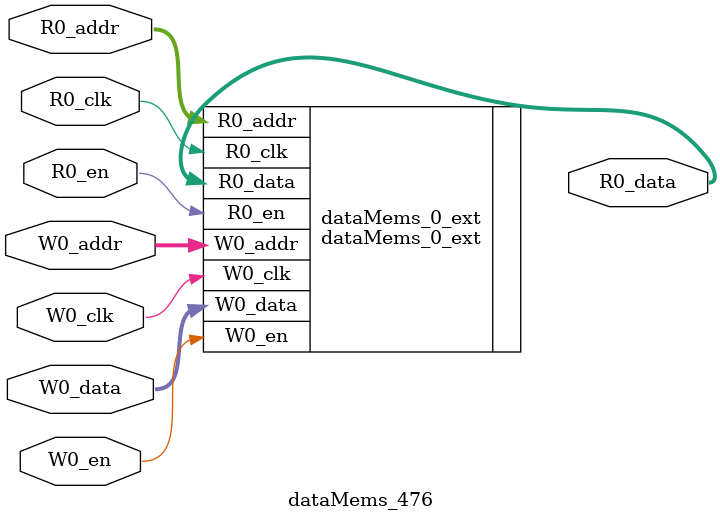
<source format=sv>
`ifndef RANDOMIZE
  `ifdef RANDOMIZE_REG_INIT
    `define RANDOMIZE
  `endif // RANDOMIZE_REG_INIT
`endif // not def RANDOMIZE
`ifndef RANDOMIZE
  `ifdef RANDOMIZE_MEM_INIT
    `define RANDOMIZE
  `endif // RANDOMIZE_MEM_INIT
`endif // not def RANDOMIZE

`ifndef RANDOM
  `define RANDOM $random
`endif // not def RANDOM

// Users can define 'PRINTF_COND' to add an extra gate to prints.
`ifndef PRINTF_COND_
  `ifdef PRINTF_COND
    `define PRINTF_COND_ (`PRINTF_COND)
  `else  // PRINTF_COND
    `define PRINTF_COND_ 1
  `endif // PRINTF_COND
`endif // not def PRINTF_COND_

// Users can define 'ASSERT_VERBOSE_COND' to add an extra gate to assert error printing.
`ifndef ASSERT_VERBOSE_COND_
  `ifdef ASSERT_VERBOSE_COND
    `define ASSERT_VERBOSE_COND_ (`ASSERT_VERBOSE_COND)
  `else  // ASSERT_VERBOSE_COND
    `define ASSERT_VERBOSE_COND_ 1
  `endif // ASSERT_VERBOSE_COND
`endif // not def ASSERT_VERBOSE_COND_

// Users can define 'STOP_COND' to add an extra gate to stop conditions.
`ifndef STOP_COND_
  `ifdef STOP_COND
    `define STOP_COND_ (`STOP_COND)
  `else  // STOP_COND
    `define STOP_COND_ 1
  `endif // STOP_COND
`endif // not def STOP_COND_

// Users can define INIT_RANDOM as general code that gets injected into the
// initializer block for modules with registers.
`ifndef INIT_RANDOM
  `define INIT_RANDOM
`endif // not def INIT_RANDOM

// If using random initialization, you can also define RANDOMIZE_DELAY to
// customize the delay used, otherwise 0.002 is used.
`ifndef RANDOMIZE_DELAY
  `define RANDOMIZE_DELAY 0.002
`endif // not def RANDOMIZE_DELAY

// Define INIT_RANDOM_PROLOG_ for use in our modules below.
`ifndef INIT_RANDOM_PROLOG_
  `ifdef RANDOMIZE
    `ifdef VERILATOR
      `define INIT_RANDOM_PROLOG_ `INIT_RANDOM
    `else  // VERILATOR
      `define INIT_RANDOM_PROLOG_ `INIT_RANDOM #`RANDOMIZE_DELAY begin end
    `endif // VERILATOR
  `else  // RANDOMIZE
    `define INIT_RANDOM_PROLOG_
  `endif // RANDOMIZE
`endif // not def INIT_RANDOM_PROLOG_

// Include register initializers in init blocks unless synthesis is set
`ifndef SYNTHESIS
  `ifndef ENABLE_INITIAL_REG_
    `define ENABLE_INITIAL_REG_
  `endif // not def ENABLE_INITIAL_REG_
`endif // not def SYNTHESIS

// Include rmemory initializers in init blocks unless synthesis is set
`ifndef SYNTHESIS
  `ifndef ENABLE_INITIAL_MEM_
    `define ENABLE_INITIAL_MEM_
  `endif // not def ENABLE_INITIAL_MEM_
`endif // not def SYNTHESIS

module dataMems_476(	// @[generators/ara/src/main/scala/UnsafeAXI4ToTL.scala:365:62]
  input  [4:0]  R0_addr,
  input         R0_en,
  input         R0_clk,
  output [66:0] R0_data,
  input  [4:0]  W0_addr,
  input         W0_en,
  input         W0_clk,
  input  [66:0] W0_data
);

  dataMems_0_ext dataMems_0_ext (	// @[generators/ara/src/main/scala/UnsafeAXI4ToTL.scala:365:62]
    .R0_addr (R0_addr),
    .R0_en   (R0_en),
    .R0_clk  (R0_clk),
    .R0_data (R0_data),
    .W0_addr (W0_addr),
    .W0_en   (W0_en),
    .W0_clk  (W0_clk),
    .W0_data (W0_data)
  );
endmodule


</source>
